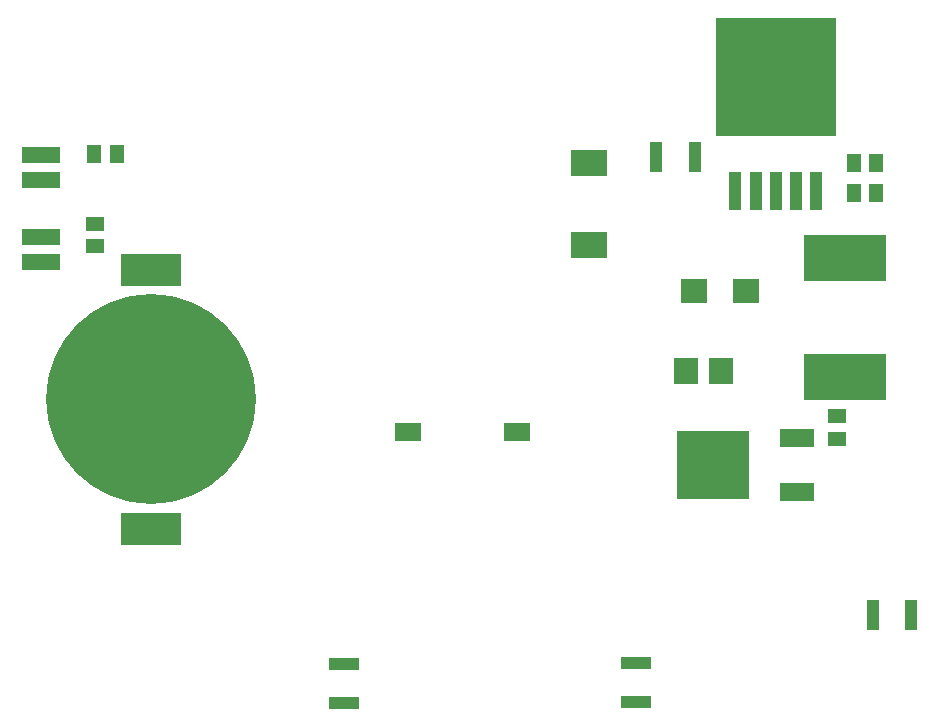
<source format=gtp>
G04*
G04 #@! TF.GenerationSoftware,Altium Limited,Altium Designer,19.1.8 (144)*
G04*
G04 Layer_Color=8421504*
%FSLAX24Y24*%
%MOIN*%
G70*
G01*
G75*
%ADD24R,0.0400X0.1260*%
%ADD25R,0.4000X0.3976*%
%ADD26R,0.0787X0.0866*%
%ADD27R,0.0858X0.0835*%
%ADD28R,0.0512X0.0591*%
%ADD29R,0.0591X0.0512*%
%ADD30R,0.2756X0.1575*%
%ADD31R,0.1260X0.0551*%
%ADD32R,0.2000X0.1098*%
%ADD33C,0.7000*%
%ADD34R,0.0433X0.1024*%
%ADD35R,0.1181X0.0630*%
%ADD36R,0.2441X0.2283*%
%ADD37R,0.1024X0.0433*%
%ADD38R,0.1240X0.0866*%
%ADD39R,0.0858X0.0630*%
D24*
X24714Y33064D02*
D03*
X25384D02*
D03*
X26054D02*
D03*
X26724D02*
D03*
X27394D02*
D03*
D25*
X26054Y36880D02*
D03*
D26*
X23062Y27048D02*
D03*
X24243D02*
D03*
D27*
X25060Y29727D02*
D03*
X23316D02*
D03*
D28*
X28653Y34003D02*
D03*
X29401D02*
D03*
X4095Y34284D02*
D03*
X3347D02*
D03*
X29401Y32992D02*
D03*
X28653D02*
D03*
D29*
X28087Y25558D02*
D03*
Y24810D02*
D03*
X3355Y31225D02*
D03*
Y31973D02*
D03*
D30*
X28360Y26879D02*
D03*
Y30816D02*
D03*
D31*
X1575Y30681D02*
D03*
Y31524D02*
D03*
Y33437D02*
D03*
Y34280D02*
D03*
D32*
X5229Y30439D02*
D03*
Y21790D02*
D03*
D33*
Y26115D02*
D03*
D34*
X22057Y34204D02*
D03*
X23356D02*
D03*
X29282Y18944D02*
D03*
X30581D02*
D03*
D35*
X26755Y24844D02*
D03*
Y23041D02*
D03*
D36*
X23979Y23943D02*
D03*
D37*
X21400Y17339D02*
D03*
Y16039D02*
D03*
X11658Y17290D02*
D03*
Y15991D02*
D03*
D38*
X19838Y31253D02*
D03*
Y34009D02*
D03*
D39*
X17426Y25018D02*
D03*
X13804D02*
D03*
M02*

</source>
